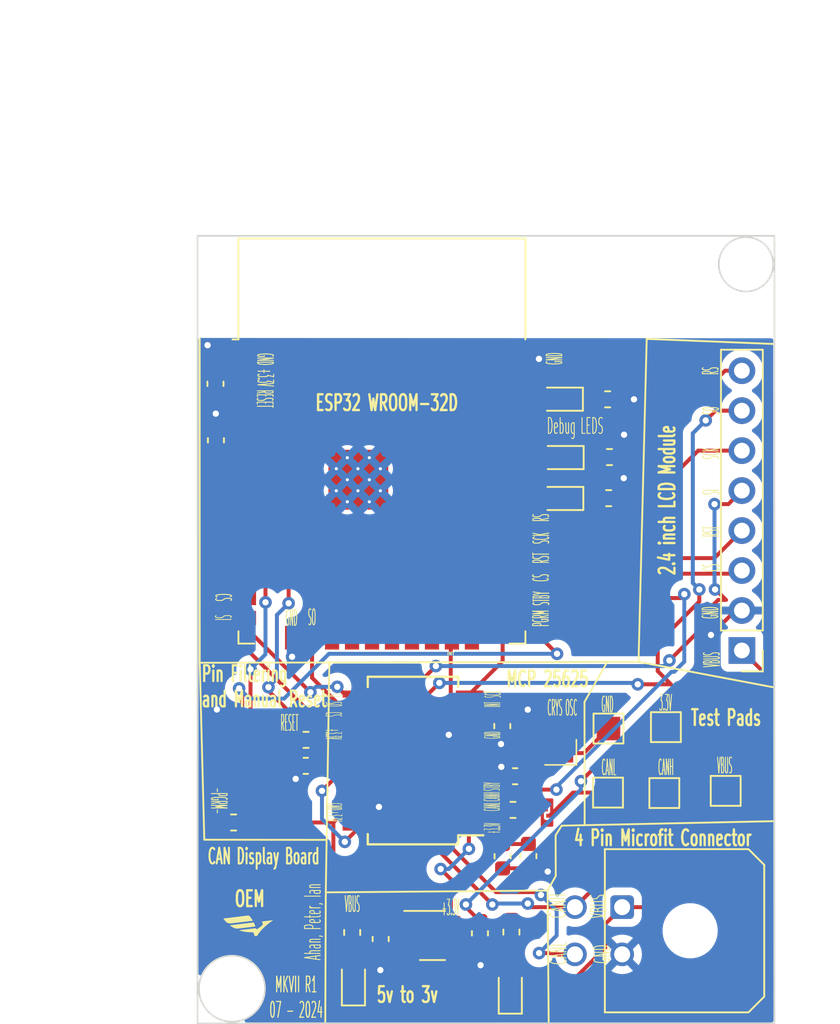
<source format=kicad_pcb>
(kicad_pcb (version 20221018) (generator pcbnew)
  (layers (0 "F.Cu" signal) (31 "B.Cu" signal) (34 "B.Paste" user) (35 "F.Paste" user) (36 "B.SilkS" user "B.Silkscreen") (37 "F.SilkS" user "F.Silkscreen") (38 "B.Mask" user) (39 "F.Mask" user) (44 "Edge.Cuts" user))
  (net 0 "")
  (net 1 "+3.3V")
  (net 2 "GND")
  (net 3 "/EN")
  (net 4 "VBUS")
  (net 5 "Net-(U3-OSC1)")
  (net 6 "Net-(U3-OSC2)")
  (net 7 "/LCD CS")
  (net 8 "/LCD RST")
  (net 9 "/SI")
  (net 10 "/SCK")
  (net 11 "/SO")
  (net 12 "Net-(D1-A)")
  (net 13 "/CANH")
  (net 14 "/CANL")
  (net 15 "Net-(JP2-B)")
  (net 16 "/1O0")
  (net 27 "/CS")
  (net 34 "/INT")
  (net 36 "/STBY")
  (net 37 "Net-(D2-A)")
  (net 39 "Net-(D3-K)")
  (net 42 "Net-(D3-A)")
  (net 50 "Net-(U3-TXD)")
  (net 51 "Net-(U3-RXD)")
  (net 55 "Net-(D4-K)")
  (net 56 "Net-(D4-A)")
  (net 57 "Net-(D5-K)")
  (net 58 "Net-(D5-A)")
  (net 59 "/LCD RS")
  (footprint "RF_Module:ESP32-WROOM-32D" (layer "F.Cu") (at 228.45 95.68)
    (fp_text reference "U2" hide)
    (fp_text value "ESP32-WROOM-32D")
  )
  (footprint "TestPoint:TestPoint_Pad_1.5x1.5mm" (layer "F.Cu") (at 242.82 115.03)
    (fp_text reference "CANL Test" hide)
    (fp_text value "TestPoint")
  )
  (footprint "TestPoint:TestPoint_Pad_1.5x1.5mm" (layer "F.Cu") (at 246.5 110.87)
    (fp_text reference "+3.3V Test" hide)
    (fp_text value "TestPoint")
  )
  (footprint "Capacitor_SMD:C_0603_1608Metric" (layer "F.Cu") (at 236.1 110.805 90)
    (fp_text reference "C8" hide)
    (fp_text value "C_30pF")
  )
  (footprint "LED_SMD:LED_0603_1608Metric" (layer "F.Cu") (at 239.74 90.03 180)
    (fp_text reference "D5" hide)
    (fp_text value "LED")
  )
  (footprint "footprints:R_0603_1608Metric" (layer "F.Cu") (at 236.68 123.895 -90)
    (fp_text reference "R5" hide)
    (fp_text value "R_220")
  )
  (footprint "footprints:SolderJumper-2_Open_Hooks0.8x1.8mm" (layer "F.Cu") (at 238.945 116.3 90)
    (fp_text reference "JP2" hide)
    (fp_text value "SolderJumper_2_Open")
  )
  (footprint "Capacitor_SMD:C_0603_1608Metric" (layer "F.Cu") (at 217.9 92.645 90)
    (fp_text reference "C3" hide)
    (fp_text value "C_0.1uF")
  )
  (footprint "footprints:R_0603_1608Metric" (layer "F.Cu") (at 223.6275 111.68 180)
    (fp_text reference "R1" hide)
    (fp_text value "R_10K")
  )
  (footprint "TestPoint:TestPoint_Pad_1.5x1.5mm" (layer "F.Cu") (at 250.3 114.92)
    (fp_text reference "VBUS Test" hide)
    (fp_text value "TestPoint")
  )
  (footprint "Connector_PinHeader_2.54mm:PinHeader_1x08_P2.54mm_Vertical" (layer "F.Cu") (at 251.33 106 180)
    (fp_text reference "J1" hide)
    (fp_text value "Conn_01x08_Pin")
  )
  (footprint "Capacitor_SMD:C_0603_1608Metric" (layer "F.Cu") (at 237.76 119.065 -90)
    (fp_text reference "C2" hide)
    (fp_text value "C_0.1uF")
  )
  (footprint "Capacitor_SMD:C_0603_1608Metric" (layer "F.Cu") (at 223.61 113.33 180)
    (fp_text reference "C5" hide)
    (fp_text value "C_10uF")
  )
  (footprint "OEM:Crystal_TXC7M" (layer "F.Cu") (at 238.81 111.67 180)
    (fp_text reference "Y1" hide)
    (fp_text value "~" hide)
  )
  (footprint "LED_SMD:LED_0603_1608Metric" (layer "F.Cu") (at 236.61 127.5925 90)
    (fp_text reference "D2" hide)
    (fp_text value "LED")
  )
  (footprint "Capacitor_SMD:C_0603_1608Metric" (layer "F.Cu") (at 236.12 119.075 -90)
    (fp_text reference "C1" hide)
    (fp_text value "C_0.1uF")
  )
  (footprint "footprints:R_0603_1608Metric" (layer "F.Cu") (at 226.56 123.9175 -90)
    (fp_text reference "R4" hide)
    (fp_text value "R_220")
  )
  (footprint "footprints:SW_B3U-1000P_4.2x1.7mm" (layer "F.Cu") (at 217.97 110.79 -90)
    (fp_text reference "SW2" hide)
    (fp_text value "SW_Push_SPST_NO")
  )
  (footprint "Capacitor_SMD:C_0603_1608Metric" (layer "F.Cu") (at 217.87 89.055 90)
    (fp_text reference "C4" hide)
    (fp_text value "C_0.1uF")
  )
  (footprint "Package_SO:SSOP-28_5.3x10.2mm_P0.65mm" (layer "F.Cu") (at 230.425558 112.995 180)
    (fp_text reference "U3" hide)
    (fp_text value "MCP25625-x-SS")
  )
  (footprint "Capacitor_SMD:C_0603_1608Metric" (layer "F.Cu") (at 234.68 123.9725 -90)
    (fp_text reference "C7" hide)
    (fp_text value "C_1uF")
  )
  (footprint "Package_TO_SOT_SMD:SOT-23-5" (layer "F.Cu") (at 231.6625 124.11)
    (fp_text reference "U1" hide)
    (fp_text value "AP2112K-3.3")
  )
  (footprint "TestPoint:TestPoint_Pad_1.5x1.5mm" (layer "F.Cu") (at 242.85 110.96)
    (fp_text reference "GND ")
    (fp_text value "TestPoint")
  )
  (footprint "LED_SMD:LED_0603_1608Metric" (layer "F.Cu") (at 226.64 127.0725 90)
    (fp_text reference "D1" hide)
    (fp_text value "LED")
  )
  (footprint "footprints:R_0603_1608Metric" (layer "F.Cu") (at 242.9125 93.71)
    (fp_text reference "R7" hide)
    (fp_text value "R_220")
  )
  (footprint "Capacitor_SMD:C_0603_1608Metric" (layer "F.Cu") (at 236.915 113.99 180)
    (fp_text reference "C9" hide)
    (fp_text value "C_30pF")
  )
  (footprint "footprints:SW_B3U-1000P_4.2x1.7mm" (layer "F.Cu") (at 221.03 114.26 90)
    (fp_text reference "SW1" hide)
    (fp_text value "SW_Push_SPST_NO")
  )
  (footprint "LED_SMD:LED_0603_1608Metric" (layer "F.Cu") (at 239.7875 93.74 180)
    (fp_text reference "D4" hide)
    (fp_text value "LED")
  )
  (footprint "footprints:MicroFit_RA_4" (layer "F.Cu") (at 243.72 122.31 -90)
    (fp_text reference "J2" hide)
    (fp_text value "MicroFit_RA_4")
  )
  (footprint "footprints:R_0603_1608Metric" (layer "F.Cu") (at 242.8625 96.32)
    (fp_text reference "R6" hide)
    (fp_text value "R_220")
  )
  (footprint "TestPoint:TestPoint_Pad_1.5x1.5mm" (layer "F.Cu") (at 246.4 115.06 -90)
    (fp_text reference "CANH Test" hide)
    (fp_text value "TestPoint")
  )
  (footprint "Capacitor_SMD:C_0603_1608Metric" (layer "F.Cu") (at 228.37 124.335 -90)
    (fp_text reference "C6" hide)
    (fp_text value "C_1uF")
  )
  (footprint "footprints:R_0603_1608Metric" (layer "F.Cu") (at 236.7825 116.13)
    (fp_text reference "R2" hide)
    (fp_text value "R_120")
  )
  (footprint "footprints:R_0603_1608Metric" (layer "F.Cu") (at 242.7975 90.04)
    (fp_text reference "R8" hide)
    (fp_text value "R_220")
  )
  (footprint "footprints:R_0603_1608Metric" (layer "F.Cu") (at 219.0225 116.93)
    (fp_text reference "R3" hide)
    (fp_text value "R_10K")
  )
  (footprint "LED_SMD:LED_0603_1608Metric" (layer "F.Cu") (at 239.7675 96.34 180)
    (fp_text reference "D3" hide)
    (fp_text value "LED")
  )
  (gr_line (start 224.89 118.035) (end 217.15 118.025) (stroke (width 0.12)) (layer "F.SilkS"))
  (gr_line (start 217.16 118) (end 216.87 106.78) (stroke (width 0.12)) (layer "F.SilkS"))
  (gr_line (start 241.325 109.27) (end 241.335 117.09) (stroke (width 0.12)) (layer "F.SilkS"))
  (gr_line (start 244.76 106.72) (end 216.87 106.78) (stroke (width 0.12)) (layer "F.SilkS"))
  (gr_line (start 245.28 86.2) (end 253.29 86.52) (stroke (width 0.12)) (layer "F.SilkS"))
  (gr_line (start 253.29 108.33) (end 244.76 106.72) (stroke (width 0.12)) (layer "F.SilkS"))
  (gr_line (start 239.875 117.1325) (end 239.51 117.71) (stroke (width 0.12)) (layer "F.SilkS"))
  (gr_line (start 244.76 106.72) (end 245.28 86.2) (stroke (width 0.12)) (layer "F.SilkS"))
  (gr_line (start 216.87 106.78) (end 216.8675 86.2) (stroke (width 0.12)) (layer "F.SilkS"))
  (gr_line (start 239.05 129.59) (end 238.98 121.25) (stroke (width 0.12)) (layer "F.SilkS"))
  (gr_line (start 242.77 106.73) (end 241.325 109.27) (stroke (width 0.12)) (layer "F.SilkS"))
  (gr_poly (pts (xy 219.953528 122.839246) (xy 219.961263 122.839959) (xy 219.968913 122.841141) (xy 219.976463 122.842782) (xy 219.983893 122.844874) (xy 219.991185 122.847409) (xy 219.998323 122.850378) (xy 220.005288 122.853772) (xy 220.012062 122.857584) (xy 220.018627 122.861804) (xy 220.024967 122.866424) (xy 220.031062 122.871435) (xy 220.036895 122.87683) (xy 220.042448 122.882598) (xy 220.068744 122.912836) (xy 220.094811 122.944763) (xy 220.120592 122.978309) (xy 220.146033 123.013402) (xy 220.171076 123.049971) (xy 220.195667 123.087944) (xy 220.219749 123.127251) (xy 220.243267 123.167819) (xy 220.243429 123.168119) (xy 220.243568 123.168423) (xy 220.243685 123.16873) (xy 220.24378 123.169039) (xy 220.243854 123.169349) (xy 220.243906 123.169661) (xy 220.243938 123.169972) (xy 220.243949 123.170283) (xy 220.243941 123.170592) (xy 220.243913 123.170899) (xy 220.243867 123.171203) (xy 220.243802 123.171503) (xy 220.243719 123.171798) (xy 220.243618 123.172088) (xy 220.243501 123.172371) (xy 220.243366 123.172648) (xy 220.243215 123.172917) (xy 220.243049 123.173177) (xy 220.242867 123.173428) (xy 220.24267 123.173669) (xy 220.242459 123.173899) (xy 220.242233 123.174117) (xy 220.241994 123.174324) (xy 220.241741 123.174516) (xy 220.241476 123.174695) (xy 220.241199 123.17486) (xy 220.240909 123.175008) (xy 220.240608 123.175141) (xy 220.240296 123.175256) (xy 220.239974 123.175354) (xy 220.239641 123.175433) (xy 220.239298 123.175492) (xy 218.856586 123.341386) (xy 218.831894 123.343591) (xy 218.807273 123.344271) (xy 218.782787 123.343449) (xy 218.7585 123.34115) (xy 218.734476 123.337399) (xy 218.710781 123.332219) (xy 218.687477 123.325635) (xy 218.664631 123.317673) (xy 218.642305 123.308355) (xy 218.620564 123.297706) (xy 218.599473 123.285752) (xy 218.579096 123.272516) (xy 218.559497 123.258022) (xy 218.54074 123.242296) (xy 218.522891 123.225361) (xy 218.506013 123.207242) (xy 218.493818 123.193204) (xy 218.482233 123.179581) (xy 218.471257 123.166398) (xy 218.460885 123.153681) (xy 218.441942 123.12974) (xy 218.425381 123.107957) (xy 218.411176 123.088531) (xy 218.399303 123.07166) (xy 218.389737 123.057542) (xy 218.382452 123.046375) (xy 218.38208 123.045774) (xy 218.381757 123.045162) (xy 218.381481 123.044541) (xy 218.381251 123.043914) (xy 218.381068 123.04328) (xy 218.380929 123.042643) (xy 218.380834 123.042004) (xy 218.380782 123.041365) (xy 218.380772 123.040727) (xy 218.380803 123.040093) (xy 218.380873 123.039464) (xy 218.380983 123.038841) (xy 218.38113 123.038227) (xy 218.381315 123.037623) (xy 218.381535 123.037032) (xy 218.381791 123.036454) (xy 218.382081 123.035891) (xy 218.382404 123.035346) (xy 218.382759 123.03482) (xy 218.383145 123.034314) (xy 218.383561 123.033831) (xy 218.384007 123.033372) (xy 218.384481 123.03294) (xy 218.384983 123.032534) (xy 218.38551 123.032159) (xy 218.386063 123.031814) (xy 218.386641 123.031503) (xy 218.387242 123.031226) (xy 218.387865 123.030986) (xy 218.38851 123.030783) (xy 218.389176 123.030621) (xy 218.389861 123.0305) (xy 219.93 122.84) (xy 219.937879 122.839258) (xy 219.945728 122.839009)) (fill solid) (layer "F.SilkS"))
  (gr_poly (pts (xy 220.299092 123.281023) (xy 220.299288 123.281032) (xy 220.299484 123.28105) (xy 220.299678 123.281074) (xy 220.299871 123.281106) (xy 220.300063 123.281145) (xy 220.300252 123.281192) (xy 220.30044 123.281246) (xy 220.300626 123.281307) (xy 220.300809 123.281375) (xy 220.30099 123.281451) (xy 220.301168 123.281533) (xy 220.301343 123.281623) (xy 220.301515 123.281719) (xy 220.301684 123.281823) (xy 220.301849 123.281933) (xy 220.302011 123.28205) (xy 220.302168 123.282174) (xy 220.302322 123.282305) (xy 220.302471 123.282442) (xy 220.302616 123.282586) (xy 220.302757 123.282737) (xy 220.302892 123.282894) (xy 220.303022 123.283057) (xy 220.303148 123.283227) (xy 220.303267 123.283404) (xy 220.303381 123.283587) (xy 220.30349 123.283776) (xy 220.303592 123.283971) (xy 220.317726 123.313725) (xy 220.331534 123.343854) (xy 220.344989 123.374361) (xy 220.358063 123.40525) (xy 220.370727 123.436523) (xy 220.382955 123.468183) (xy 220.394717 123.500234) (xy 220.405986 123.53268) (xy 220.406076 123.532978) (xy 220.406148 123.533277) (xy 220.406201 123.533577) (xy 220.406238 123.533876) (xy 220.406257 123.534174) (xy 220.40626 123.534471) (xy 220.406247 123.534765) (xy 220.406217 123.535057) (xy 220.406172 123.535345) (xy 220.406112 123.535629) (xy 220.406038 123.535908) (xy 220.405949 123.536182) (xy 220.405845 123.536449) (xy 220.405729 123.536711) (xy 220.405599 123.536964) (xy 220.405457 123.53721) (xy 220.405302 123.537448) (xy 220.405135 123.537676) (xy 220.404956 123.537895) (xy 220.404766 123.538103) (xy 220.404565 123.5383) (xy 220.404354 123.538485) (xy 220.404133 123.538658) (xy 220.403902 123.538819) (xy 220.403662 123.538965) (xy 220.403413 123.539098) (xy 220.403155 123.539215) (xy 220.402889 123.539317) (xy 220.402616 123.539403) (xy 220.402335 123.539473) (xy 220.402047 123.539525) (xy 220.401752 123.539559) (xy 219.329132 123.668146) (xy 219.304853 123.670513) (xy 219.280559 123.671861) (xy 219.256281 123.672197) (xy 219.232054 123.671524) (xy 219.207911 123.669848) (xy 219.183885 123.667174) (xy 219.160009 123.663507) (xy 219.136317 123.658853) (xy 219.112841 123.653215) (xy 219.089617 123.6466) (xy 219.066675 123.639011) (xy 219.044051 123.630455) (xy 219.021778 123.620937) (xy 218.999888 123.61046) (xy 218.978415 123.599031) (xy 218.957392 123.586654) (xy 218.936084 123.573312) (xy 218.915216 123.559882) (xy 218.894782 123.546378) (xy 218.874776 123.532812) (xy 218.855192 123.519196) (xy 218.836023 123.505543) (xy 218.817263 123.491865) (xy 218.798907 123.478175) (xy 218.798267 123.477638) (xy 218.797687 123.477069) (xy 218.797166 123.476472) (xy 218.796702 123.47585) (xy 218.796296 123.475206) (xy 218.795945 123.474542) (xy 218.79565 123.473862) (xy 218.795409 123.473169) (xy 218.795222 123.472465) (xy 218.795087 123.471754) (xy 218.795004 123.471038) (xy 218.794972 123.47032) (xy 218.79499 123.469604) (xy 218.795057 123.468892) (xy 218.795172 123.468187) (xy 218.795335 123.467493) (xy 218.795544 123.466812) (xy 218.795799 123.466146) (xy 218.796098 123.4655) (xy 218.796442 123.464876) (xy 218.796828 123.464277) (xy 218.797257 123.463706) (xy 218.797727 123.463166) (xy 218.798237 123.46266) (xy 218.798787 123.462191) (xy 218.799375 123.461761) (xy 218.800002 123.461374) (xy 218.800665 123.461033) (xy 218.801364 123.46074) (xy 218.802098 123.460499) (xy 218.802867 123.460313) (xy 218.803669 123.460184) (xy 220.2983 123.281061) (xy 220.298499 123.28104) (xy 220.298697 123.281026) (xy 220.298895 123.281021)) (fill solid) (layer "F.SilkS"))
  (gr_line (start 253.29 116.8475) (end 239.875 117.1325) (stroke (width 0.12)) (layer "F.SilkS"))
  (gr_poly (pts (xy 221.510751 123.138112) (xy 221.511615 123.138242) (xy 221.512445 123.138443) (xy 221.513239 123.138711) (xy 221.513996 123.139041) (xy 221.514714 123.13943) (xy 221.515391 123.139874) (xy 221.516025 123.140368) (xy 221.516614 123.140909) (xy 221.517156 123.141493) (xy 221.51765 123.142115) (xy 221.518094 123.142772) (xy 221.518486 123.143459) (xy 221.518823 123.144172) (xy 221.519105 123.144908) (xy 221.519329 123.145663) (xy 221.519494 123.146432) (xy 221.519597 123.147211) (xy 221.519638 123.147997) (xy 221.519613 123.148785) (xy 221.519521 123.149572) (xy 221.519361 123.150353) (xy 221.51913 123.151124) (xy 221.518827 123.151881) (xy 221.518449 123.152621) (xy 221.517996 123.153339) (xy 221.517464 123.154031) (xy 221.516853 123.154694) (xy 221.51616 123.155322) (xy 221.515384 123.155913) (xy 221.440135 123.208267) (xy 221.333289 123.286163) (xy 221.203528 123.386941) (xy 221.13277 123.44508) (xy 221.05954 123.507941) (xy 220.984924 123.575193) (xy 220.910007 123.646503) (xy 220.835876 123.721539) (xy 220.763616 123.799967) (xy 220.694312 123.881455) (xy 220.62905 123.965671) (xy 220.568916 124.052283) (xy 220.514994 124.140957) (xy 220.514632 124.141537) (xy 220.51424 124.142084) (xy 220.51382 124.1426) (xy 220.513374 124.143082) (xy 220.512903 124.14353) (xy 220.512408 124.143943) (xy 220.511892 124.14432) (xy 220.511356 124.144661) (xy 220.510802 124.144965) (xy 220.51023 124.145231) (xy 220.509642 124.145458) (xy 220.509041 124.145645) (xy 220.508428 124.145792) (xy 220.507803 124.145898) (xy 220.507169 124.145963) (xy 220.506528 124.145984) (xy 220.356244 124.145984) (xy 220.355776 124.145972) (xy 220.355312 124.145935) (xy 220.354854 124.145875) (xy 220.354403 124.145792) (xy 220.353958 124.145687) (xy 220.353521 124.14556) (xy 220.353093 124.145412) (xy 220.352673 124.145244) (xy 220.352262 124.145056) (xy 220.351861 124.144849) (xy 220.351471 124.144623) (xy 220.351091 124.14438) (xy 220.350724 124.144119) (xy 220.350368 124.143841) (xy 220.350025 124.143548) (xy 220.349696 124.143239) (xy 220.349381 124.142916) (xy 220.34908 124.142578) (xy 220.348794 124.142227) (xy 220.348524 124.141863) (xy 220.34827 124.141487) (xy 220.348033 124.141099) (xy 220.347814 124.1407) (xy 220.347612 124.140291) (xy 220.34743 124.139873) (xy 220.347266 124.139445) (xy 220.347122 124.139009) (xy 220.346998 124.138565) (xy 220.346896 124.138114) (xy 220.346815 124.137656) (xy 220.346756 124.137193) (xy 220.346719 124.136724) (xy 220.345822 124.126419) (xy 220.344631 124.116248) (xy 220.343163 124.106219) (xy 220.341436 124.096338) (xy 220.339467 124.086613) (xy 220.337273 124.077053) (xy 220.334873 124.067665) (xy 220.332283 124.058457) (xy 220.326604 124.040611) (xy 220.320377 124.023577) (xy 220.31374 124.007418) (xy 220.306833 123.992195) (xy 220.299797 123.97797) (xy 220.292769 123.964806) (xy 220.285891 123.952765) (xy 220.2793 123.941908) (xy 220.273138 123.932297) (xy 220.267543 123.923994) (xy 220.258613 123.911563) (xy 220.257944 123.910742) (xy 220.257228 123.909965) (xy 220.256469 123.909235) (xy 220.25567 123.908553) (xy 220.254833 123.907921) (xy 220.253962 123.90734) (xy 220.25306 123.906812) (xy 220.252131 123.906338) (xy 220.251176 123.905919) (xy 220.2502 123.905558) (xy 220.249205 123.905256) (xy 220.248195 123.905015) (xy 220.247172 123.904835) (xy 220.24614 123.904719) (xy 220.245102 123.904668) (xy 220.244061 123.904684) (xy 220.182969 123.906272) (xy 220.123017 123.906503) (xy 220.064197 123.905419) (xy 220.006502 123.903063) (xy 219.949925 123.89948) (xy 219.894459 123.894713) (xy 219.840095 123.888804) (xy 219.786828 123.881798) (xy 219.734648 123.873737) (xy 219.68355 123.864666) (xy 219.633525 123.854627) (xy 219.584566 123.843664) (xy 219.536666 123.831821) (xy 219.489818 123.819141) (xy 219.399246 123.791442) (xy 219.398338 123.791111) (xy 219.397497 123.790717) (xy 219.396723 123.790263) (xy 219.396017 123.789755) (xy 219.395376 123.789197) (xy 219.394801 123.788594) (xy 219.394292 123.787951) (xy 219.393847 123.787271) (xy 219.393467 123.78656) (xy 219.39315 123.785822) (xy 219.392897 123.785062) (xy 219.392707 123.784285) (xy 219.392579 123.783494) (xy 219.392514 123.782695) (xy 219.392509 123.781892) (xy 219.392566 123.78109) (xy 219.392683 123.780294) (xy 219.392859 123.779508) (xy 219.393096 123.778736) (xy 219.393391 123.777983) (xy 219.393745 123.777254) (xy 219.394157 123.776554) (xy 219.394627 123.775887) (xy 219.395154 123.775257) (xy 219.395737 123.77467) (xy 219.396376 123.774129) (xy 219.397071 123.77364) (xy 219.397821 123.773207) (xy 219.398626 123.772835) (xy 219.399485 123.772528) (xy 219.400397 123.772291) (xy 219.401363 123.772128) (xy 220.436678 123.648038) (xy 220.436901 123.648019) (xy 220.437124 123.64801) (xy 220.437346 123.648012) (xy 220.437567 123.648024) (xy 220.437788 123.648046) (xy 220.438006 123.648078) (xy 220.438224 123.648119) (xy 220.438439 123.64817) (xy 220.438651 123.648231) (xy 220.438861 123.6483) (xy 220.439069 123.648379) (xy 220.439273 123.648466) (xy 220.439473 123.648562) (xy 220.43967 123.648666) (xy 220.439863 123.648778) (xy 220.440051 123.648898) (xy 220.440235 123.649026) (xy 220.440413 123.649161) (xy 220.440587 123.649304) (xy 220.440755 123.649454) (xy 220.440917 123.649611) (xy 220.441073 123.649775) (xy 220.441223 123.649945) (xy 220.441366 123.650122) (xy 220.441502 123.650305) (xy 220.44163 123.650493) (xy 220.441751 123.650688) (xy 220.441865 123.650889) (xy 220.44197 123.651094) (xy 220.442067 123.651305) (xy 220.442155 123.651521) (xy 220.442234 123.651742) (xy 220.444921 123.661308) (xy 220.447459 123.670924) (xy 220.452288 123.690107) (xy 220.452023 123.688784) (xy 220.456584 123.69607) (xy 220.462702 123.701242) (xy 220.470273 123.704419) (xy 220.479189 123.705718) (xy 220.489343 123.70526) (xy 220.50063 123.703163) (xy 220.512942 123.699547) (xy 220.526173 123.69453) (xy 220.540216 123.688232) (xy 220.554965 123.680772) (xy 220.586155 123.662841) (xy 220.618888 123.64169) (xy 220.652313 123.618272) (xy 220.685576 123.593539) (xy 220.717826 123.568445) (xy 220.775873 123.52098) (xy 220.842284 123.463623) (xy 220.846143 123.460129) (xy 220.849739 123.456597) (xy 220.853081 123.453033) (xy 220.856177 123.449444) (xy 220.859036 123.445836) (xy 220.861665 123.442217) (xy 220.864074 123.438593) (xy 220.86627 123.43497) (xy 220.868262 123.431355) (xy 220.870059 123.427755) (xy 220.871669 123.424176) (xy 220.8731 123.420626) (xy 220.874362 123.41711) (xy 220.875461 123.413636) (xy 220.876407 123.410209) (xy 220.877209 123.406837) (xy 220.878411 123.400284) (xy 220.879134 123.394028) (xy 220.879447 123.388124) (xy 220.879416 123.382624) (xy 220.87911 123.377581) (xy 220.878595 123.373048) (xy 220.877938 123.36908) (xy 220.877209 123.365727) (xy 220.874014 123.352935) (xy 220.870703 123.340939) (xy 220.867308 123.329725) (xy 220.86386 123.319276) (xy 220.860392 123.309578) (xy 220.856936 123.300615) (xy 220.853524 123.292371) (xy 220.850188 123.284831) (xy 220.846961 123.277979) (xy 220.843875 123.2718) (xy 220.840961 123.266279) (xy 220.838253 123.261399) (xy 220.83358 123.253503) (xy 220.830113 123.247988) (xy 220.829467 123.246883) (xy 220.82887 123.245754) (xy 220.828326 123.244603) (xy 220.827836 123.243435) (xy 220.827405 123.242253) (xy 220.827034 123.241059) (xy 220.826728 123.239858) (xy 220.826487 123.238653) (xy 220.826316 123.237447) (xy 220.826217 123.236244) (xy 220.826194 123.235046) (xy 220.826248 123.233859) (xy 220.826383 123.232683) (xy 220.826602 123.231524) (xy 220.826907 123.230385) (xy 220.827302 123.229269) (xy 220.827789 123.228179) (xy 220.828371 123.227118) (xy 220.82905 123.226091) (xy 220.829831 123.225101) (xy 220.830716 123.22415) (xy 220.831707 123.223242) (xy 220.832807 123.222382) (xy 220.83402 123.221571) (xy 220.835347 123.220814) (xy 220.836793 123.220114) (xy 220.83836 123.219474) (xy 220.84005 123.218897) (xy 220.841867 123.218388) (xy 220.843813 123.217949) (xy 220.845891 123.217584) (xy 220.848105 123.217297) (xy 221.507976 123.138186) (xy 221.50893 123.13808) (xy 221.509855 123.138057)) (fill solid) (layer "F.SilkS"))
  (gr_line (start 238.98 121.25) (end 239.5 120.33) (stroke (width 0.12)) (layer "F.SilkS"))
  (gr_line (start 239.49 117.74) (end 239.5 120.33) (stroke (width 0.12)) (layer "F.SilkS"))
  (gr_line (start 224.8825 121.37) (end 225.11 106.73) (stroke (width 0.12)) (layer "F.SilkS"))
  (gr_line (start 238.94 121.255) (end 224.8825 121.37) (stroke (width 0.12)) (layer "F.SilkS"))
  (gr_line (start 224.85 129.59) (end 224.8825 121.37) (stroke (width 0.12)) (layer "F.SilkS"))
  (gr_circle (center 218.92 127.49) (end 221.02 127.49) (stroke (width 0.1)) (fill none) (layer "Edge.Cuts"))
  (gr_rect (start 216.73 79.65) (end 253.4 129.7) (stroke (width 0.1)) (fill none) (layer "Edge.Cuts"))
  (gr_circle (center 251.59 81.46) (end 253.3 81.73) (stroke (width 0.1)) (fill none) (layer "Edge.Cuts"))
  (gr_text "RS\n" (at 238.58 97.56 90) (layer "F.SilkS") (effects (font (size 1 0.25) (thickness 0.06) bold)))
  (gr_text "INT" (at 232.83 106.2) (layer "F.SilkS") (effects (font (size 0.2 0.2) (thickness 0.05))))
  (gr_text "SCK\n" (at 235.53 108.78 90) (layer "F.SilkS") (effects (font (size 1 0.15) (thickness 0.0375) bold)))
  (gr_text "GND" (at 221.01 87.49 -90) (layer "F.SilkS") (effects (font (size 1 0.25) (thickness 0.06) bold)))
  (gr_text "SI\n" (at 225.34 108.85 -90) (layer "F.SilkS") (effects (font (size 1 0.15) (thickness 0.0375) bold)))
  (gr_text "CANL" (at 239.7 125.24 90) (layer "F.SilkS") (effects (font (size 1 0.4) (thickness 0.06))))
  (gr_text "GND" (at 249.34 103.6 90) (layer "F.SilkS") (effects (font (size 1 0.25) (thickness 0.06) bold)))
  (gr_text "-PGRM-" (at 218.07 115.55 270) (layer "F.SilkS") (effects (font (size 1 0.25) (thickness 0.06) bold)))
  (gr_text "CANH" (at 239.65 122.23 90) (layer "F.SilkS") (effects (font (size 1 0.4) (thickness 0.06))))
  (gr_text "SI\n" (at 249.4 95.94 90) (layer "F.SilkS") (effects (font (size 1 0.25) (thickness 0.06) bold)))
  (gr_text "RESET" (at 220.99 90.01 270) (layer "F.SilkS") (effects (font (size 1 0.25) (thickness 0.06) bold)))
  (gr_text "ESP32 WROOM-32D" (at 224.15 90.85) (layer "F.SilkS") (effects (font (size 1 0.6) (thickness 0.15) bold) (justify left bottom)))
  (gr_text "GND" (at 242.46 125.3 90) (layer "F.SilkS") (effects (font (size 1 0.4) (thickness 0.06))))
  (gr_text "CS\n" (at 225.35 110.06 -90) (layer "F.SilkS") (effects (font (size 1 0.15) (thickness 0.0375) bold)))
  (gr_text "CS" (at 249.4 100.74 90) (layer "F.SilkS") (effects (font (size 1 0.25) (thickness 0.06) bold)))
  (gr_text "Debug LEDS\n" (at 240.74 91.74) (layer "F.SilkS") (effects (font (size 1 0.4) (thickness 0.06))))
  (gr_text "SCK\n" (at 249.38 93.49 90) (layer "F.SilkS") (effects (font (size 1 0.25) (thickness 0.06) bold)))
  (gr_text "RS" (at 249.36 88.23 90) (layer "F.SilkS") (effects (font (size 1 0.25) (thickness 0.06) bold)))
  (gr_text "CANH\n" (at 246.5 113.43) (layer "F.SilkS") (effects (font (size 1 0.25) (thickness 0.06) bold)))
  (gr_text "VBUS" (at 250.24 113.32) (layer "F.SilkS") (effects (font (size 1 0.25) (thickness 0.06) bold)))
  (gr_text "MCP 25625\n" (at 236.28 108.4) (layer "F.SilkS") (effects (font (size 1 0.6) (thickness 0.15) bold) (justify left bottom)))
  (gr_text "GND" (at 239.43 87.46 90) (layer "F.SilkS") (effects (font (size 1 0.25) (thickness 0.06) bold)))
  (gr_text "3.3V" (at 246.48 109.33) (layer "F.SilkS") (effects (font (size 1 0.25) (thickness 0.06) bold)))
  (gr_text "GND" (at 225.36 115.92 270) (layer "F.SilkS") (effects (font (size 1 0.15) (thickness 0.0375) bold)))
  (gr_text "Pin Filtering\nand Manual Reset\n" (at 216.92 109.68) (layer "F.SilkS") (effects (font (size 1 0.58) (thickness 0.145) bold) (justify left bottom)))
  (gr_text "OEM\n" (at 219.02 122.37) (layer "F.SilkS") (effects (font (size 1 0.6) (thickness 0.15) bold) (justify left bottom)))
  (gr_text "+3.3V\n" (at 225.37 116.54 -90) (layer "F.SilkS") (effects (font (size 1 0.15) (thickness 0.0375) bold)))
  (gr_text "CANL\n" (at 235.47 115.92 90) (layer "F.SilkS") (effects (font (size 1 0.15) (thickness 0.0375) bold)))
  (gr_text "5v to 3v\n" (at 228.04 128.46) (layer "F.SilkS") (effects (font (size 1 0.6) (thickness 0.15) bold) (justify left bottom)))
  (gr_text "+3.3V" (at 221.03 88.66 270) (layer "F.SilkS") (effects (font (size 1 0.25) (thickness 0.06) bold)))
  (gr_text "STBY\n" (at 238.6 102.7 90) (layer "F.SilkS") (effects (font (size 1 0.25) (thickness 0.06) bold)))
  (gr_text "\n" (at 249.4 88.34 90) (layer "F.SilkS") (effects (font (size 1 0.6) (thickness 0.15) bold)))
  (gr_text "CS\n" (at 238.57 101.38 90) (layer "F.SilkS") (effects (font (size 1 0.25) (thickness 0.06) bold)))
  (gr_text "VBUS" (at 249.43 106.58 90) (layer "F.SilkS") (effects (font (size 1 0.25) (thickness 0.06) bold)))
  (gr_text "Test Pads\n" (at 248.01 110.86) (layer "F.SilkS") (effects (font (size 1 0.6) (thickness 0.15) bold) (justify left bottom)))
  (gr_text "4 Pin Microfit Connector\n" (at 240.58 118.5) (layer "F.SilkS") (effects (font (size 1 0.6) (thickness 0.15) bold) (justify left bottom)))
  (gr_text "RST" (at 238.58 100.12 90) (layer "F.SilkS") (effects (font (size 1 0.25) (thickness 0.06) bold)))
  (gr_text "+3.3V\n" (at 235.49 117.3 90) (layer "F.SilkS") (effects (font (size 1 0.15) (thickness 0.0375) bold)))
  (gr_text "GND" (at 222.7 103.94) (layer "F.SilkS") (effects (font (size 1 0.25) (thickness 0.06) bold)))
  (gr_text "MKVII R1\n07 - 2024" (at 223 128.04) (layer "F.SilkS") (effects (font (size 1 0.4) (thickness 0.075))))
  (gr_text "2.4 inch LCD Module" (at 247.17 101.3 90) (layer "F.SilkS") (effects (font (size 1 0.6) (thickness 0.15) bold) (justify left bottom)))
  (gr_text "SI" (at 218.33 103.91 270) (layer "F.SilkS") (effects (font (size 1 0.25) (thickness 0.05))))
  (gr_text "STBY\n\n" (at 236.27 114.65 90) (layer "F.SilkS") (effects (font (size 1 0.15) (thickness 0.0375) bold)))
  (gr_text "CANH\n\n" (at 236.27 115.29 90) (layer "F.SilkS") (effects (font (size 1 0.15) (thickness 0.0375) bold)))
  (gr_text "PGRM" (at 238.57 103.96 90) (layer "F.SilkS") (effects (font (size 1 0.25) (thickness 0.06) bold)))
  (gr_text "Ahan, Peter, Ian\n" (at 224.07 123.24 90) (layer "F.SilkS") (effects (font (size 1 0.4) (thickness 0.06))))
  (gr_text "RST" (at 249.39 98.45 90) (layer "F.SilkS") (effects (font (size 1 0.25) (thickness 0.06))))
  (gr_text "SO\n" (at 225.35 109.41 -90) (layer "F.SilkS") (effects (font (size 1 0.15) (thickness 0.0375) bold)))
  (gr_text "SO\n" (at 224 103.9) (layer "F.SilkS") (effects (font (size 1 0.25) (thickness 0.06) bold)))
  (gr_text "INT\n" (at 235.5 109.43 90) (layer "F.SilkS") (effects (font (size 1 0.15) (thickness 0.0375) bold)))
  (gr_text "RESET" (at 222.58 110.61) (layer "F.SilkS") (effects (font (size 1 0.25) (thickness 0.06) bold)))
  (gr_text "GND\n" (at 235.5 111.38 90) (layer "F.SilkS") (effects (font (size 1 0.15) (thickness 0.0375) bold)))
  (gr_text "CANL\n" (at 242.88 113.44) (layer "F.SilkS") (effects (font (size 1 0.25) (thickness 0.06) bold)))
  (gr_text "+3.3V\n" (at 225.35 111.31 -90) (layer "F.SilkS") (effects (font (size 1 0.15) (thickness 0.0375) bold)))
  (gr_text "VBUS" (at 242.23 122.25 90) (layer "F.SilkS") (effects (font (size 1 0.4) (thickness 0.06))))
  (gr_text "CS\n" (at 218.35 102.63 270) (layer "F.SilkS") (effects (font (size 1 0.25) (thickness 0.06) bold)))
  (gr_text "CRYS OSC" (at 239.92 109.65) (layer "F.SilkS") (effects (font (size 1 0.25) (thickness 0.06) bold)))
  (gr_text "SO\n" (at 249.38 90.77 90) (layer "F.SilkS") (effects (font (size 1 0.25) (thickness 0.06) bold)))
  (gr_text "CAN Display Board" (at 220.93 119.08) (layer "F.SilkS") (effects (font (size 1 0.5) (thickness 0.125))))
  (gr_text "SCK" (at 238.59 98.86 90) (layer "F.SilkS") (effects (font (size 1 0.25) (thickness 0.06) bold)))
  (gr_text "+3.3V" (at 232.81 122.34) (layer "F.SilkS") (effects (font (size 1 0.25) (thickness 0.06) bold)))
  (gr_text "VBUS" (at 226.57 122.12) (layer "F.SilkS") (effects (font (size 1 0.25) (thickness 0.06) bold)))
  (segment (start 243.368978 112.035) (end 241.098478 114.3055) (width 0.25) (layer "F.Cu") (net 1))
  (segment (start 217.1 90.6) (end 217.87 89.83) (width 0.25) (layer "F.Cu") (net 1))
  (segment (start 224.725 111.37) (end 226.825558 111.37) (width 0.25) (layer "F.Cu") (net 1))
  (segment (start 233.79 122.14) (end 233.79 122.3075) (width 0.25) (layer "F.Cu") (net 1))
  (segment (start 219 88.7) (end 219.7 88.7) (width 0.25) (layer "F.Cu") (net 1))
  (segment (start 219.81 116.93) (end 225.365558 116.93) (width 0.25) (layer "F.Cu") (net 1))
  (segment (start 236.12 118.324) (end 236.12 118.075) (width 0.254) (layer "F.Cu") (net 1))
  (segment (start 246.5 110.87) (end 245.335 112.035) (width 0.25) (layer "F.Cu") (net 1))
  (segment (start 233.976969 118.603031) (end 233.976969 117.268589) (width 0.254) (layer "F.Cu") (net 1))
  (segment (start 217.9 93.42) (end 217.1 92.62) (width 0.25) (layer "F.Cu") (net 1))
  (segment (start 226.727558 116.668) (end 226.825558 116.57) (width 0.254) (layer "F.Cu") (net 1))
  (segment (start 231.96 122.32) (end 232.8 123.16) (width 0.25) (layer "F.Cu") (net 1))
  (segment (start 232.83 123.245) (end 234.6325 123.245) (width 0.254) (layer "F.Cu") (net 1))
  (segment (start 227.936954 111.37) (end 226.825558 111.37) (width 0.25) (layer "F.Cu") (net 1))
  (segment (start 224.415 111.68) (end 224.725 111.37) (width 0.25) (layer "F.Cu") (net 1))
  (segment (start 226.725558 116.67) (end 226.825558 116.57) (width 0.25) (layer "F.Cu") (net 1))
  (segment (start 226.825558 116.57) (end 226.920558 116.665) (width 0.25) (layer "F.Cu") (net 1))
  (segment (start 232.83 120.532686) (end 232.183657 119.886343) (width 0.254) (layer "F.Cu") (net 1))
  (segment (start 226.126021 122.32) (end 231.96 122.32) (width 0.25) (layer "F.Cu") (net 1))
  (segment (start 223.255 110.52) (end 223.193604 110.52) (width 0.25) (layer "F.Cu") (net 1))
  (segment (start 217.1 92.62) (end 217.1 90.6) (width 0.25) (layer "F.Cu") (net 1))
  (segment (start 234.6325 123.245) (end 234.68 123.1975) (width 0.254) (layer "F.Cu") (net 1))
  (segment (start 225.365558 116.93) (end 225.365558 121.559537) (width 0.25) (layer "F.Cu") (net 1))
  (segment (start 225.365558 121.559537) (end 226.126021 122.32) (width 0.25) (layer "F.Cu") (net 1))
  (segment (start 232.83 123.245) (end 232.83 120.532686) (width 0.254) (layer "F.Cu") (net 1))
  (segment (start 237.75 118.3) (end 237.76 118.29) (width 0.25) (layer "F.Cu") (net 1))
  (segment (start 236.59 123.1975) (end 236.68 123.1075) (width 0.254) (layer "F.Cu") (net 1))
  (segment (start 229.44 115.85) (end 229.44 112.873046) (width 0.25) (layer "F.Cu") (net 1))
  (segment (start 221.237701 108.564097) (end 221.237701 108.332299) (width 0.25) (layer "F.Cu") (net 1))
  (segment (start 234.025558 117.22) (end 235.105558 118.3) (width 0.25) (layer "F.Cu") (net 1))
  (segment (start 236.12 118.3) (end 237.75 118.3) (width 0.25) (layer "F.Cu") (net 1))
  (segment (start 226.920558 116.665) (end 228.625 116.665) (width 0.25) (layer "F.Cu") (net 1))
  (segment (start 222.52 103) (end 222.52 90.52) (width 0.25) (layer "F.Cu") (net 1))
  (segment (start 234.68 123.1975) (end 236.59 123.1975) (width 0.254) (layer "F.Cu") (net 1))
  (segment (start 217.87 89.83) (end 219 88.7) (width 0.25) (layer "F.Cu") (net 1))
  (segment (start 235.105558 118.3) (end 236.12 118.3) (width 0.25) (layer "F.Cu") (net 1))
  (segment (start 245.335 112.035) (end 243.368978 112.035) (width 0.25) (layer "F.Cu") (net 1))
  (segment (start 222.52 90.52) (end 220.7 88.7) (width 0.25) (layer "F.Cu") (net 1))
  (segment (start 225.625558 116.67) (end 226.725558 116.67) (width 0.25) (layer "F.Cu") (net 1))
  (segment (start 225.365558 116.93) (end 225.625558 116.67) (width 0.25) (layer "F.Cu") (net 1))
  (segment (start 223.193604 110.52) (end 221.237701 108.564097) (width 0.25) (layer "F.Cu") (net 1))
  (segment (start 228.625 116.665) (end 229.44 115.85) (width 0.25) (layer "F.Cu") (net 1))
  (segment (start 233.79 122.3075) (end 234.68 123.1975) (width 0.25) (layer "F.Cu") (net 1))
  (segment (start 224.415 111.68) (end 223.255 110.52) (width 0.25) (layer "F.Cu") (net 1))
  (segment (start 226.745558 116.49) (end 226.825558 116.57) (width 0.254) (layer "F.Cu") (net 1))
  (segment (start 220.7 88.7) (end 219.7 88.7) (width 0.25) (layer "F.Cu") (net 1))
  (segment (start 229.44 112.873046) (end 227.936954 111.37) (width 0.25) (layer "F.Cu") (net 1))
  (segment (start 233.976969 117.268589) (end 234.025558 117.22) (width 0.254) (layer "F.Cu") (net 1))
  (via (at 221.237701 108.332299) (size 0.8) (drill 0.4) (layers "F.Cu" "B.Cu") (net 1))
  (via (at 232.183657 119.886343) (size 0.8) (drill 0.4) (layers "F.Cu" "B.Cu") (net 1))
  (via (at 233.976969 118.603031) (size 0.8) (drill 0.4) (layers "F.Cu" "B.Cu") (net 1))
  (via (at 241.098478 114.3055) (size 0.8) (drill 0.4) (layers "F.Cu" "B.Cu") (net 1))
  (via (at 222.52 103) (size 0.8) (drill 0.4) (layers "F.Cu" "B.Cu") (net 1))
  (via (at 233.79 122.14) (size 0.8) (drill 0.4) (layers "F.Cu" "B.Cu") (net 1))
  (segment (start 221.237701 108.332299) (end 221.775 107.795) (width 0.25) (layer "B.Cu") (net 1))
  (segment (start 241.098478 114.831522) (end 233.79 122.14) (width 0.25) (layer "B.Cu") (net 1))
  (segment (start 221.775 103.745) (end 222.52 103) (width 0.25) (layer "B.Cu") (net 1))
  (segment (start 221.775 107.795) (end 221.775 103.745) (width 0.25) (layer "B.Cu") (net 1))
  (segment (start 232.693657 119.886343) (end 233.976969 118.603031) (width 0.254) (layer "B.Cu") (net 1))
  (segment (start 232.183657 119.886343) (end 232.693657 119.886343) (width 0.254) (layer "B.Cu") (net 1))
  (segment (start 241.098478 114.3055) (end 241.098478 114.831522) (width 0.25) (layer "B.Cu") (net 1))
  (segment (start 243.7 93.71) (end 243.7 94.93) (width 0.25) (layer "F.Cu") (net 2))
  (segment (start 217.9 90.96) (end 217.89 90.95) (width 0.25) (layer "F.Cu") (net 2))
  (segment (start 243.7 93.71) (end 243.679553 93.689553) (width 0.25) (layer "F.Cu") (net 2))
  (segment (start 237.76 119.84) (end 236.13 119.84) (width 0.25) (layer "F.Cu") (net 2))
  (segment (start 226.825558 115.92) (end 228.24 115.92) (width 0.25) (layer "F.Cu") (net 2))
  (segment (start 244.47 90.04) (end 243.706046 90.04) (width 0.25) (layer "F.Cu") (net 2))
  (segment (start 250.92 103.46) (end 251.33 103.46) (width 0.25) (layer "F.Cu") (net 2))
  (segment (start 222.835 114.025) (end 222.97 114.16) (width 0.25) (layer "F.Cu") (net 2))
  (segment (start 242.85 110.96) (end 241.29 112.52) (width 0.25) (layer "F.Cu") (net 2))
  (segment (start 221.03 114.26) (end 222.87 114.26) (width 0.25) (layer "F.Cu") (net 2))
  (segment (start 236.02014 111.9455) (end 236.02014 111.65986) (width 0.25) (layer "F.Cu") (net 2))
  (segment (start 236.14 113.99) (end 236.14 113.4945) (width 0.25) (layer "F.Cu") (net 2))
  (segment (start 226.64 127.86) (end 226.8 127.86) (width 0.25) (layer "F.Cu") (net 2))
  (segment (start 236.13 119.84) (end 236.12 119.85) (width 0.25) (layer "F.Cu") (net 2))
  (segment (start 243.65 96.32) (end 243.65 95.22) (width 0.25) (layer "F.Cu") (net 2))
  (segment (start 237.2 87.43) (end 238.39 87.43) (width 0.25) (layer "F.Cu") (net 2))
  (segment (start 217.97 110.79) (end 217.97 109.76) (width 0.25) (layer "F.Cu") (net 2))
  (segment (start 237.71 109.77) (end 237.72 109.76) (width 0.25) (layer "F.Cu") (net 2))
  (segment (start 226.795558 115.95) (end 226.825558 115.92) (width 0.25) (layer "F.Cu") (net 2))
  (segment (start 217.9 91.87) (end 217.9 90.96) (width 0.25) (layer "F.Cu") (net 2))
  (segment (start 239.91 112.52) (end 239.81 112.52) (width 0.25) (layer "F.Cu") (net 2))
  (segment (start 238.39 87.43) (end 238.43 87.47) (width 0.25) (layer "F.Cu") (net 2))
  (segment (start 229.97 124.125) (end 229.97 124.323134) (width 0.254) (layer "F.Cu") (net 2))
  (segment (start 236.1 111.58) (end 236.95 111.58) (width 0.25) (layer "F.Cu") (net 2))
  (segment (start 222.87 114.26) (end 222.97 114.16) (width 0.25) (layer "F.Cu") (net 2))
  (segment (start 237.76 119.84) (end 238.78 119.84) (width 0.25) (layer "F.Cu") (net 2))
  (segment (start 228.24 115.92) (end 228.26 115.94) (width 0.25) (layer "F.Cu") (net 2))
  (segment (start 249.365 105.015) (end 250.92 103.46) (width 0.25) (layer "F.Cu") (net 2))
  (segment (start 232.7 111.36) (end 234.015558 111.36) (width 0.25) (layer "F.Cu") (net 2))
  (segment (start 238.99 120.05) (end 238.99 119.82) (width 0.25) (layer "F.Cu") (net 2))
  (segment (start 229.285 124.195) (end 228.37 125.11) (width 0.25) (layer "F.Cu") (net 2))
  (segment (start 238.78 119.84) (end 238.99 120.05) (width 0.25) (layer "F.Cu") (net 2))
  (segment (start 238.11 110.82) (end 237.71 110.82) (width 0.25) (layer "F.Cu") (net 2))
  (segment (start 236.95 111.58) (end 237.71 110.82) (width 0.25) (layer "F.Cu") (net 2))
  (segment (start 217.97 109.76) (end 217.96 109.75) (width 0.25) (layer "F.Cu") (net 2))
  (segment (start 217.87 88.28) (end 217.99 88.28) (width 0.25) (layer "F.Cu") (net 2))
  (segment (start 218.84 87.43) (end 218.2 87.43) (width 0.25) (layer "F.Cu") (net 2))
  (segment (start 226.8 127.86) (end 228.35 126.31) (width 0.25) (layer "F.Cu") (net 2))
  (segment (start 237.71 110.82) (end 237.71 109.77) (width 0.25) (layer "F.Cu") (net 2))
  (segment (start 217.99 88.28) (end 218.84 87.43) (width 0.25) (layer "F.Cu") (net 2))
  (segment (start 230.555 124.195) (end 229.285 124.195) (width 0.25) (layer "F.Cu") (net 2))
  (segment (start 236.61 128.048979) (end 234.72 126.158979) (width 0.25) (layer "F.Cu") (net 2))
  (segment (start 239.81 112.52) (end 238.11 110.82) (width 0.25) (layer "F.Cu") (net 2))
  (segment (start 218.2 87.43) (end 217.37 86.6) (width 0.25) (layer "F.Cu") (net 2))
  (segment (start 243.7 92.43) (end 243.84 92.29) (width 0.25) (layer "F.Cu") (net 2))
  (segment (start 234.68 124.7475) (end 234.68 125.96) (width 0.25) (layer "F.Cu") (net 2))
  (segment (start 236.14 113.4945) (end 236.04 113.3945) (width 0.25) (layer "F.Cu") (net 2))
  (segment (start 228.37 125.11) (end 228.37 126.29) (width 0.25) (layer "F.Cu") (net 2))
  (segment (start 243.65 95.22) (end 243.82 95.05) (width 0.25) (layer "F.Cu") (net 2))
  (segment (start 222.835 113.33) (end 222.835 114.025) (width 0.25) (layer "F.Cu") (net 2))
  (segment (start 236.61 128.38) (end 236.61 128.048979) (width 0.25) (layer "F.Cu") (net 2))
  (segment (start 243.706046 90.04) (end 243.679553 90.134553) (width 0.25) (layer "F.Cu") (net 2))
  (segment (start 243.7 94.93) (end 243.82 95.05) (width 0.25) (layer "F.Cu") (net 2))
  (segment (start 219.7 87.43) (end 218.84 87.43) (width 0.25) (layer "F.Cu") (net 2))
  (segment (start 228.37 126.29) (end 228.35 126.31) (width 0.25) (layer "F.Cu") (net 2))
  (segment (start 241.29 112.52) (end 239.91 112.52) (width 0.25) (layer "F.Cu") (net 2))
  (segment (start 234.015558 111.36) (end 234.025558 111.37) (width 0.25) (layer "F.Cu") (net 2))
  (segment (start 236.02014 111.65986) (end 236.1 111.58) (width 0.25) (layer "F.Cu") (net 2))
  (segment (start 222.74 106.4) (end 222.74 105.19) (width 0.25) (layer "F.Cu") (net 2))
  (segment (start 243.7 93.71) (end 243.7 92.43) (width 0.25) (layer "F.Cu") (net 2))
  (via (at 222.74 106.4) (size 0.8) (drill 0.4) (layers "F.Cu" "B.Cu") (net 2))
  (via (at 228.35 126.31) (size 0.8) (drill 0.4) (layers "F.Cu" "B.Cu") (net 2))
  (via (at 217.89 90.95) (size 0.8) (drill 0.4) (layers "F.Cu" "B.Cu") (net 2))
  (via (at 243.84 92.29) (size 0.8) (drill 0.4) (layers "F.Cu" "B.Cu") (net 2))
  (via (at 217.37 86.6) (size 0.8) (drill 0.4) (layers "F.Cu" "B.Cu") (net 2))
  (via (at 217.96 109.75) (size 0.8) (drill 0.4) (layers "F.Cu" "B.Cu") (net 2))
  (via (at 228.26 115.94) (size 0.8) (drill 0.4) (layers "F.Cu" "B.Cu") (net 2))
  (via (at 237.72 109.76) (size 0.8) (drill 0.4) (layers "F.Cu" "B.Cu") (net 2))
  (via (at 243.82 95.05) (size 0.8) (drill 0.4) (layers "F.Cu" "B.Cu") (net 2))
  (via (at 222.97 114.16) (size 0.8) (drill 0.4) (layers "F.Cu" "B.Cu") (net 2))
  (via (at 244.47 90.04) (size 0.8) (drill 0.4) (layers "F.Cu" "B.Cu") (net 2))
  (via (at 236.02014 111.9455) (size 0.8) (drill 0.4) (layers "F.Cu" "B.Cu") (net 2))
  (via (at 234.72 126) (size 0.8) (drill 0.4) (layers "F.Cu" "B.Cu") (net 2))
  (via (at 232.7 111.36) (size 0.8) (drill 0.4) (layers "F.Cu" "B.Cu") (net 2))
  (via (at 238.99 120.05) (size 0.8) (drill 0.4) (layers "F.Cu" "B.Cu") (net 2))
  (via (at 236.04 113.3945) (size 0.8) (drill 0.4) (layers "F.Cu" "B.Cu") (net 2))
  (via (at 238.43 87.47) (size 0.8) (drill 0.4) (layers "F.Cu" "B.Cu") (net 2))
  (via (at 249.365 105.015) (size 0.8) (drill 0.4) (layers "F.Cu" "B.Cu") (net 2))
  (segment (start 236.04 113.3945) (end 236.04 111.96536) (width 0.25) (layer "B.Cu") (net 2))
  (segment (start 236.04 111.96536) (end 236.02014 111.9455) (width 0.25) (layer "B.Cu") (net 2))
  (segment (start 222.84 111.68) (end 221.565 111.68) (width 0.25) (layer "F.Cu") (net 3))
  (segment (start 219.905 107.385) (end 220.097701 107.192299) (width 0.25) (layer "F.Cu") (net 3))
  (segment (start 221.565 111.68) (end 220.785 110.9) (width 0.25) (layer "F.Cu") (net 3))
  (segment (start 221.05 102.94) (end 221.05 90.32) (width 0.25) (layer "F.Cu") (net 3))
  (segment (start 221.05 90.32) (end 220.7 89.97) (width 0.25) (layer "F.Cu") (net 3))
  (segment (start 224.385 113.33) (end 224.385 113.225) (width 0.25) (layer "F.Cu") (net 3))
  (segment (start 220.785 110.9) (end 220.097701 110.212701) (width 0.25) (layer "F.Cu") (net 3))
  (segment (start 224.385 113.225) (end 222.84 111.68) (width 0.25) (layer "F.Cu") (net 3))
  (segment (start 220.097701 110.212701) (end 220.097701 107.192299) (width 0.25) (layer "F.Cu") (net 3))
  (segment (start 220.7 89.97) (end 219.7 89.97) (width 0.25) (layer "F.Cu") (net 3))
  (via (at 220.097701 107.192299) (size 0.8) (drill 0.4) (layers "F.Cu" "B.Cu") (net 3))
  (via (at 221.05 102.94) (size 0.8) (drill 0.4) (layers "F.Cu" "B.Cu") (net 3))
  (segment (start 221.05 106.24) (end 221.05 102.94) (width 0.25) (layer "B.Cu") (net 3))
  (segment (start 220.097701 107.192299) (end 221.05 106.24) (width 0.25) (layer "B.Cu") (net 3))
  (segment (start 226.56 123.13) (end 227.94 123.13) (width 0.25) (layer "F.Cu") (net 4))
  (segment (start 243.64 122.31) (end 243.72 122.31) (width 0.25) (layer "F.Cu") (net 4))
  (segment (start 228.37 123.56) (end 228.52 123.71) (width 0.25) (layer "F.Cu") (net 4))
  (segment (start 238.12079 129.42949) (end 242.645 124.90528) (width 0.25) (layer "F.Cu") (net 4))
  (segment (start 227.94 123.13) (end 228.37 123.56) (width 0.25) (layer "F.Cu") (net 4))
  (segment (start 250.3 114.92) (end 252.51 114.92) (width 0.25) (layer "F.Cu") (net 4))
  (segment (start 252.75 114.68) (end 252.75 107.42) (width 0.25) (layer "F.Cu") (net 4))
  (segment (start 235.780239 129.42949) (end 238.12079 129.42949) (width 0.25) (layer "F.Cu") (net 4))
  (segment (start 231.57 124.514251) (end 231.57 125.219251) (width 0.25) (layer "F.Cu") (net 4))
  (segment (start 230.939251 125.145) (end 231.57 124.514251) (width 0.25) (layer "F.Cu") (net 4))
  (segment (start 231.225 123.245) (end 231.57 123.59) (width 0.25) (layer "F.Cu") (net 4))
  (segment (start 247.485 121.935) (end 252.75 116.67) (width 0.25) (layer "F.Cu") (net 4))
  (segment (start 252.75 115.91) (end 252.75 114.68) (width 0.25) (layer "F.Cu") (net 4))
  (segment (start 243.72 122.31) (end 246.88835 122.31) (width 0.25) (layer "F.Cu") (net 4))
  (segment (start 231.57 123.59) (end 231.57 124.514251) (width 0.25) (layer "F.Cu") (net 4))
  (segment (start 242.645 123.385) (end 243.72 122.31) (width 0.25) (layer "F.Cu") (net 4))
  (segment (start 230.055749 123.245) (end 231.225 123.245) (width 0.25) (layer "F.Cu") (net 4))
  (segment (start 230.555 125.145) (end 230.939251 125.145) (width 0.25) (layer "F.Cu") (net 4))
  (segment (start 228.52 123.71) (end 229.590749 123.71) (width 0.25) (layer "F.Cu") (net 4))
  (segment (start 231.57 125.219251) (end 235.780239 129.42949) (width 0.25) (layer "F.Cu") (net 4))
  (segment (start 247.26335 121.935) (end 247.485 121.935) (width 0.25) (layer "F.Cu") (net 4))
  (segment (start 252.75 107.42) (end 251.33 106) (width 0.25) (layer "F.Cu") (net 4))
  (segment (start 252.75 116.67) (end 252.75 115.91) (width 0.25) (layer "F.Cu") (net 4))
  (segment (start 252.51 114.92) (end 252.75 114.68) (width 0.25) (layer "F.Cu") (net 4))
  (segment (start 242.645 124.90528) (end 242.645 123.385) (width 0.25) (layer "F.Cu") (net 4))
  (segment (start 246.88835 122.31) (end 247.26335 121.935) (width 0.25) (layer "F.Cu") (net 4))
  (segment (start 229.590749 123.71) (end 230.055749 123.245) (width 0.25) (layer "F.Cu") (net 4))
  (segment (start 234.025558 112.02) (end 235.125558 112.02) (width 0.25) (layer "F.Cu") (net 5))
  (segment (start 235.225558 110.904442) (end 236.1 110.03) (width 0.25) (layer "F.Cu") (net 5))
  (segment (start 239.91 110.82) (end 239.805305 110.82) (width 0.25) (layer "F.Cu") (net 5))
  (segment (start 235.125558 112.02) (end 235.225558 111.92) (width 0.25) (layer "F.Cu") (net 5))
  (segment (start 237.095 109.035) (end 236.1 110.03) (width 0.25) (layer "F.Cu") (net 5))
  (segment (start 239.805305 110.82) (end 238.020305 109.035) (width 0.25) (layer "F.Cu") (net 5))
  (segment (start 235.225558 111.92) (end 235.225558 110.904442) (width 0.25) (layer "F.Cu") (net 5))
  (segment (start 238.020305 109.035) (end 237.095 109.035) (width 0.25) (layer "F.Cu") (net 5))
  (segment (start 234.025558 112.67) (end 237.56 112.67) (width 0.25) (layer "F.Cu") (net 6))
  (segment (start 237.71 112.52) (end 237.71 113.97) (width 0.25) (layer "F.Cu") (net 6))
  (segment (start 237.56 112.67) (end 237.71 112.52) (width 0.25) (layer "F.Cu") (net 6))
  (segment (start 237.48 101.12) (end 251.13 101.12) (width 0.25) (layer "F.Cu") (net 7))
  (segment (start 251.13 101.12) (end 251.33 100.92) (width 0.25) (layer "F.Cu") (net 7))
  (segment (start 237.2 101.4) (end 237.48 101.12) (width 0.25) (layer "F.Cu") (net 7))
  (segment (start 249.58 100.13) (end 251.33 98.38) (width 0.25) (layer "F.Cu") (net 8))
  (segment (start 237.2 100.13) (end 249.58 100.13) (width 0.25) (layer "F.Cu") (net 8))
  (segment (start 249.59 96.7) (end 250.47 96.7) (width 0.25) (layer "F.Cu") (net 9))
  (segment (start 249.823343 102.786657) (end 250.32 102.786657) (width 0.25) (layer "F.Cu") (net 9))
  (segment (start 250.32 102.786657) (end 249.90823 102.374887) (width 0.25) (layer "F.Cu") (net 9))
  (segment (start 226.825558 108.77) (end 230.1 108.77) (width 0.25) (layer "F.Cu") (net 9))
  (segment (start 226.825558 108.77) (end 226.073986 108.77) (width 0.25) (layer "F.Cu") (net 9))
  (segment (start 223.904565 108.655435) (end 219.7 104.45087) (width 0.25) (layer "F.Cu") (net 9))
  (segment (start 246.722701 106.632701) (end 249.155 104.200402) (width 0.25) (layer "F.Cu") (net 9))
  (segment (start 230.1 108.77) (end 231.88 106.99) (width 0.25) (layer "F.Cu") (net 9))
  (segment (start 219.7 104.45087) (end 219.7 103.94) (width 0.25) (layer "F.Cu") (net 9))
  (segment (start 249.155 103.455) (end 249.823343 102.786657) (width 0.25) (layer "F.Cu") (net 9))
  (segment (start 226.073986 108.77) (end 225.611993 108.308007) (width 0.25) (layer "F.Cu") (net 9))
  (segment (start 249.155 104.200402) (end 249.155 103.455) (width 0.25) (layer "F.Cu") (net 9))
  (segment (start 250.47 96.7) (end 251.33 95.84) (width 0.25) (layer "F.Cu") (net 9))
  (via (at 246.722701 106.632701) (size 0.8) (drill 0.4) (layers "F.Cu" "B.Cu") (net 9))
  (via (at 231.88 106.99) (size 0.8) (drill 0.4) (layers "F.Cu" "B.Cu") (net 9))
  (via (at 249.59 96.7) (size 0.8) (drill 0.4) (layers "F.Cu" "B.Cu") (net 9))
  (via (at 249.624185 102.124516) (size 0.8) (drill 0.4) (layers "F.Cu" "B.Cu") (net 9))
  (via (at 225.611993 108.308007) (size 0.8) (drill 0.4) (layers "F.Cu" "B.Cu") (net 9))
  (via (at 223.904565 108.655435) (size 0.8) (drill 0.4) (layers "F.Cu" "B.Cu") (net 9))
  (segment (start 249.59 102.056657) (end 249.59 96.7) (width 0.25) (layer "B.Cu") (net 9))
  (segment (start 249.624185 102.124516) (end 249.614516 102.124516) (width 0.25) (layer "B.Cu") (net 9))
  (segment (start 225.611993 108.308007) (end 224.251993 108.308007) (width 0.25) (layer "B.Cu") (net 9))
  (segment (start 246.365402 106.99) (end 246.722701 106.632701) (width 0.25) (layer "B.Cu") (net 9))
  (segment (start 224.251993 108.308007) (end 223.904565 108.655435) (width 0.25) (layer "B.Cu") (net 9))
  (segment (start 249.614516 102.124516) (end 249.50177 102.01177) (width 0.25) (layer "B.Cu") (net 9))
  (segment (start 231.88 106.99) (end 246.365402 106.99) (width 0.25) (layer "B.Cu") (net 9))
  (segment (start 248.550375 93.3) (end 251.33 93.3) (width 0.25) (layer "F.Cu") (net 10))
  (segment (start 236.196 98.86) (end 237.2 98.86) (width 0.254) (layer "F.Cu") (net 10))
  (segment (start 234.025558 108.77) (end 236.123 106.672558) (width 0.254) (layer "F.Cu") (net 10))
  (segment (start 242.990375 98.86) (end 248.550375 93.3) (width 0.25) (layer "F.Cu") (net 10))
  (segment (start 237.2 98.86) (end 242.990375 98.86) (width 0.25) (layer "F.Cu") (net 10))
  (segment (start 236.123 98.933) (end 236.196 98.86) (width 0.254) (layer "F.Cu") (net 10))
  (segment (start 236.123 106.672558) (end 236.123 98.933) (width 0.254) (layer "F.Cu") (net 10))
  (segment (start 234.025558 108.77) (end 234.835558 108.77) (width 0.254) (layer "F.Cu") (net 10))
  (segment (start 230.741058 109.42) (end 232.101058 108.06) (width 0.254) (layer "F.Cu") (net 11))
  (segment (start 224.05 105.23) (end 224.01 105.19) (width 0.254) (layer "F.Cu") (net 11))
  (segment (start 246.82 108.15) (end 244.71 108.15) (width 0.254) (layer "F.Cu") (net 11))
  (segment (start 248.624683 102.124049) (end 248.624683 102.885317) (width 0.254) (layer "F.Cu") (net 11))
  (segment (start 248.624683 102.885317) (end 245.98 105.53) (width 0.254) (layer "F.Cu") (net 11))
  (segment (start 224.01 107.733442) (end 224.01 105.19) (width 0.254) (layer "F.Cu") (net 11))
  (segment (start 245.98 107.31) (end 246.82 108.15) (width 0.254) (layer "F.Cu") (net 11))
  (segment (start 249.65 90.76) (end 251.33 90.76) (width 0.254) (layer "F.Cu") (net 11))
  (segment (start 245.98 105.53) (end 245.98 107.31) (width 0.254) (layer "F.Cu") (net 11))
  (segment (start 226.825558 109.42) (end 225.696558 109.42) (width 0.254) (layer "F.Cu") (net 11))
  (segment (start 225.696558 109.42) (end 224.01 107.733442) (width 0.254) (layer "F.Cu") (net 11))
  (segment (start 226.825558 109.42) (end 230.741058 109.42) (width 0.254) (layer "F.Cu") (net 11))
  (segment (start 249.03 91.38) (end 249.65 90.76) (width 0.254) (layer "F.Cu") (net 11))
  (via (at 244.71 108.15) (size 0.8) (drill 0.4) (layers "F.Cu" "B.Cu") (net 11))
  (via (at 248.624683 102.124049) (size 0.8) (drill 0.4) (layers "F.Cu" "B.Cu") (net 11))
  (via (at 232.101058 108.06) (size 0.8) (drill 0.4) (layers "F.Cu" "B.Cu") (net 11))
  (via (at 249.03 91.38) (size 0.8) (drill 0.4) (layers "F.Cu" "B.Cu") (net 11))
  (segment (start 248.21 101.709366) (end 248.21 92.2) (width 0.254) (layer "B.Cu") (net 11))
  (segment (start 248.21 92.2) (end 249.03 91.38) (width 0.254) (layer "B.Cu") (net 11))
  (segment (start 248.624683 102.124049) (end 248.21 101.709366) (width 0.254) (layer "B.Cu") (net 11))
  (segment (start 232.101058 108.06) (end 244.62 108.06) (width 0.254) (layer "B.Cu") (net 11))
  (segment (start 244.62 108.06) (end 244.71 108.15) (width 0.254) (layer "B.Cu") (net 11))
  (segment (start 226.56 124.705) (end 226.56 126.205) (width 0.25) (layer "F.Cu") (net 12))
  (segment (start 226.6 124.745) (end 226.56 124.705) (width 0.25) (layer "F.Cu") (net 12))
  (segment (start 226.56 126.205) (end 226.64 126.285) (width 0.25) (layer "F.Cu") (net 12))
  (segment (start 235.995 116.13) (end 235.135 115.27) (width 0.25) (layer "F.Cu") (net 13))
  (segment (start 233.07 115.27) (end 234.025558 115.27) (width 0.254) (layer "F.Cu") (net 13))
  (segment (start 235.135 115.27) (end 234.025558 115.27) (width 0.25) (layer "F.Cu") (net 13))
  (segment (start 231.3 114.57) (end 232.37 114.57) (width 0.254) (layer "F.Cu") (net 13))
  (segment (start 235.467371 122.142629) (end 231.3 117.975258) (width 0.254) (layer "F.Cu") (net 13))
  (segment (start 231.3 117.975258) (end 231.3 114.57) (width 0.254) (layer "F.Cu") (net 13))
  (segment (start 234.025558 115.27) (end 233.990558 115.235) (width 0.25) (layer "F.Cu") (net 13))
  (segment (start 240.29 122.74) (end 240.72 122.31) (width 0.254) (layer "F.Cu") (net 13))
  (segment (start 240.72 122.31) (end 246.4 116.63) (width 0.254) (layer "F.Cu") (net 13))
  (segment (start 246.4 116.63) (end 246.4 115.06) (width 0.254) (layer "F.Cu") (net 13))
  (segment (start 232.37 114.57) (end 233.07 115.27) (width 0.254) (layer "F.Cu") (net 13))
  (segment (start 240.72 122.31) (end 237.95 122.31) (width 0.254) (layer "F.Cu") (net 13))
  (segment (start 237.95 122.31) (end 237.72 122.08) (width 0.254) (layer "F.Cu") (net 13))
  (via (at 235.467371 122.142629) (size 0.8) (drill 0.4) (layers "F.Cu" "B.Cu") (net 13))
  (via (at 237.72 122.08) (size 0.8) (drill 0.4) (layers "F.Cu" "B.Cu") (net 13))
  (segment (start 235.53 122.08) (end 235.467371 122.142629) (width 0.254) (layer "B.Cu") (net 13))
  (segment (start 237.72 122.08) (end 235.53 122.08) (width 0.254) (layer "B.Cu") (net 13))
  (segment (start 237.126021 115.33) (end 236.8075 115.648521) (width 0.25) (layer "F.Cu") (net 14))
  (segment (start 240.59 115.03) (end 239.245 116.375) (width 0.25) (layer "F.Cu") (net 14))
  (segment (start 235.703633 121.355) (end 232.7 118.351367) (width 0.25) (layer "F.Cu") (net 14))
  (segment (start 232.900558 115.92) (end 234.025558 115.92) (width 0.25) (layer "F.Cu") (net 14))
  (segment (start 236.8075 116.561479) (end 236.433421 116.935558) (width 0.25) (layer "F.Cu") (net 14))
  (segment (start 238.575 115.33) (end 237.126021 115.33) (width 0.25) (layer "F.Cu") (net 14))
  (segment (start 236.433421 116.935558) (end 235.245558 116.935558) (width 0.25) (layer "F.Cu") (net 14))
  (segment (start 242.82 115.03) (end 240.59 115.03) (width 0.25) (layer "F.Cu") (net 14))
  (segment (start 239.57934 125.23) (end 239.65934 125.31) (width 0.25) (layer "F.Cu") (net 14))
  (segment (start 232.7 118.351367) (end 232.7 116.120558) (width 0.25) (layer "F.Cu") (net 14))
  (segment (start 236.8075 115.648521) (end 236.8075 116.561479) (width 0.25) (layer "F.Cu") (net 14))
  (segment (start 238.44 125.23) (end 239.57934 125.23) (width 0.25) (layer "F.Cu") (net 14))
  (segment (start 235.245558 116.935558) (end 235.225558 116.915558) (width 0.25) (layer "F.Cu") (net 14))
  (segment (start 235.125558 115.92) (end 234.025558 115.92) (width 0.25) (layer "F.Cu") (net 14))
  (segment (start 238.556766 121.533349) (end 238.378417 121.355) (width 0.25) (layer "F.Cu") (net 14))
  (segment (start 238.895 115.65) (end 238.575 115.33) (width 0.25) (layer "F.Cu") (net 14))
  (segment (start 240.72 125.31) (end 239.65934 125.31) (width 0.25) (layer "F.Cu") (net 14))
  (segment (start 238.378417 121.355) (end 235.703633 121.355) (width 0.25) (layer "F.Cu") (net 14))
  (segment (start 235.225558 116.915558) (end 235.225558 116.02) (width 0.25) (layer "F.Cu") (net 14))
  (segment (start 232.7 116.120558) (end 232.900558 115.92) (width 0.25) (layer "F.Cu") (net 14))
  (segment (start 235.225558 116.02) (end 235.125558 115.92) (width 0.25) (layer "F.Cu") (net 14))
  (via (at 238.44 125.23) (size 0.8) (drill 0.4) (layers "F.Cu" "B.Cu") (net 14))
  (via (at 238.556766 121.533349) (size 0.8) (drill 0.4) (layers "F.Cu" "B.Cu") (net 14))
  (segment (start 238.556766 121.533349) (end 239.558657 122.53524) (width 0.25) (layer "B.Cu") (net 14))
  (segment (start 239.558657 124.111343) (end 238.44 125.23) (width 0.25) (layer "B.Cu") (net 14))
  (segment (start 239.558657 122.53524) (end 239.558657 124.111343) (width 0.25) (layer "B.Cu") (net 14))
  (segment (start 238.625 116.13) (end 238.67 116.175) (width 0.25) (layer "F.Cu") (net 15))
  (segment (start 238.67 116.175) (end 238.503772 116.175) (width 0.254) (layer "F.Cu") (net 15))
  (segment (start 237.57 116.13) (end 238.625 116.13) (width 0.25) (layer "F.Cu") (net 15))
  (segment (start 219.57 112.59) (end 219.57 108.606799) (width 0.25) (layer "F.Cu") (net 16))
  (segment (start 218.235 116.93) (end 218.59 116.575) (width 0.25) (layer "F.Cu") (net 16))
  (segment (start 237.2 103.94) (end 237.761021 103.94) (width 0.25) (layer "F.Cu") (net 16))
  (segment (start 218.52 114.42) (end 218.59 114.35) (width 0.25) (layer "F.Cu") (net 16))
  (segment (start 239.58 106.21) (end 237.31 103.94) (width 0.25) (layer "F.Cu") (net 16))
  (segment (start 217.97 114.19) (end 219.57 112.59) (width 0.25) (layer "F.Cu") (net 16))
  (segment (start 237.31 103.94) (end 237.2 103.94) (width 0.25) (layer "F.Cu") (net 16))
  (segment (start 218.235 116.93) (end 217.97 116.665) (width 0.25) (layer "F.Cu") (net 16))
  (segment (start 217.97 116.665) (end 217.97 114.19) (width 0.25) (layer "F.Cu") (net 16))
  (segment (start 219.57 108.606799) (end 219.373201 108.41) (width 0.25) (layer "F.Cu") (net 16))
  (via (at 219.373201 108.41) (size 0.8) (drill 0.4) (layers "F.Cu" "B.Cu") (net 16))
  (via (at 239.58 106.21) (size 0.8) (drill 0.4) (layers "F.Cu" "B.Cu") (net 16))
  (segment (start 220.0205 109.057299) (end 222.232701 109.057299) (width 0.25) (layer "B.Cu") (net 16))
  (segment (start 222.232701 109.057299) (end 225.08 106.21) (width 0.25) (layer "B.Cu") (net 16))
  (segment (start 219.373201 108.41) (end 220.0205 109.057299) (width 0.25) (layer "B.Cu") (net 16))
  (segment (start 225.08 106.21) (end 239.58 106.21) (width 0.25) (layer "B.Cu") (net 16))
  (segment (start 219.7 102.67) (end 219.26 102.67) (width 0.25) (layer "F.Cu") (net 27))
  (segment (start 218.3 103.63) (end 218.3 104.37) (width 0.25) (layer "F.Cu") (net 27))
  (segment (start 218.3 104.37) (end 224 110.07) (width 0.25) (layer "F.Cu") (net 27))
  (segment (start 219.26 102.67) (end 218.3 103.63) (width 0.25) (layer "F.Cu") (net 27))
  (segment (start 224 110.07) (end 226.825558 110.07) (width 0.25) (layer "F.Cu") (net 27))
  (segment (start 232.825558 105.264442) (end 232.9 105.19) (width 0.25) (layer "F.Cu") (net 34))
  (segment (start 232.900558 109.42) (end 232.825558 109.345) (width 0.25) (layer "F.Cu") (net 34))
  (segment (start 234.025558 109.42) (end 232.900558 109.42) (width 0.25) (layer "F.Cu") (net 34))
  (segment (start 232.825558 109.345) (end 232.825558 105.264442) (width 0.25) (layer "F.Cu") (net 34))
  (segment (start 247.42 102.67) (end 237.2 102.67) (width 0.25) (layer "F.Cu") (net 36))
  (segment (start 234.025558 114.62) (end 235.517183 114.62) (width 0.25) (layer "F.Cu") (net 36))
  (segment (start 235.517183 114.62) (end 235.737183 114.84) (width 0.25) (layer "F.Cu") (net 36))
  (segment (start 247.67 102.42) (end 247.42 102.67) (width 0.25) (layer "F.Cu") (net 36))
  (segment (start 236.616 102.67) (end 237.2 102.67) (width 0.254) (layer "F.Cu") (net 36))
  (segment (start 235.737183 114.84) (end 239.54 114.84) (width 0.25) (layer "F.Cu") (net 36))
  (via (at 239.54 114.84) (size 0.8) (drill 0.4) (layers "F.Cu" "B.Cu") (net 36))
  (via (at 247.67 102.42) (size 0.8) (drill 0.4) (layers "F.Cu" "B.Cu") (net 36))
  (segment (start 246.852299 107.357701) (end 247.023006 107.357701) (width 0.25) (layer "B.Cu") (net 36))
  (segment (start 239.54 114.84) (end 239.54 114.67) (width 0.25) (layer "B.Cu") (net 36))
  (segment (start 247.023006 107.357701) (end 247.67 106.710707) (width 0.25) (layer "B.Cu") (net 36))
  (segment (start 247.67 106.710707) (end 247.67 102.42) (width 0.25) (layer "B.Cu") (net 36))
  (segment (start 239.54 114.67) (end 246.852299 107.357701) (width 0.25) (layer "B.Cu") (net 36))
  (segment (start 236.68 124.6825) (end 236.68 126.735) (width 0.25) (layer "F.Cu") (net 37))
  (segment (start 236.68 126.735) (end 236.61 126.805) (width 0.25) (layer "F.Cu") (net 37))
  (segment (start 240.555 96.34) (end 242.055 96.34) (width 0.25) (layer "F.Cu") (net 39))
  (segment (start 242.055 96.34) (end 242.075 96.32) (width 0.25) (layer "F.Cu") (net 39))
  (segment (start 237.2 96.32) (end 238.96 96.32) (width 0.25) (layer "F.Cu") (net 42))
  (segment (start 238.96 96.32) (end 238.98 96.34) (width 0.25) (layer "F.Cu") (net 42))
  (segment (start 226.825558 112.02) (end 227.950558 112.02) (width 0.25) (layer "F.Cu") (net 50))
  (segment (start 227.950558 112.02) (end 228.99 113.059442) (width 0.25) (layer "F.Cu") (net 50))
  (segment (start 228.99 113.059442) (end 228.99 113.580558) (width 0.25) (layer "F.Cu") (net 50))
  (segment (start 228.99 113.580558) (end 227.950558 114.62) (width 0.25) (layer "F.Cu") (net 50))
  (segment (start 227.950558 114.62) (end 226.825558 114.62) (width 0.25) (layer "F.Cu") (net 50))
  (segment (start 226.825558 117.4245) (end 226.090058 118.16) (width 0.25) (layer "F.Cu") (net 51))
  (segment (start 226.825558 117.22) (end 226.825558 117.4245) (width 0.25) (layer "F.Cu") (net 51))
  (segment (start 225.625558 113.934442) (end 225.625558 112.745) (width 0.25) (layer "F.Cu") (net 51))
  (segment (start 225.700558 112.67) (end 226.825558 112.67) (width 0.25) (layer "F.Cu") (net 51))
  (segment (start 225.625558 112.745) (end 225.700558 112.67) (width 0.25) (layer "F.Cu") (net 51))
  (segment (start 224.64 114.92) (end 225.625558 113.934442) (width 0.25) (layer "F.Cu") (net 51))
  (via (at 224.64 114.92) (size 0.8) (drill 0.4) (layers "F.Cu" "B.Cu") (net 51))
  (via (at 226.090058 118.16) (size 0.8) (drill 0.4) (layers "F.Cu" "B.Cu") (net 51))
  (segment (start 224.64 116.709942) (end 224.64 114.92) (width 0.25) (layer "B.Cu") (net 51))
  (segment (start 226.090058 118.16) (end 224.64 116.709942) (width 0.25) (layer "B.Cu") (net 51))
  (segment (start 242.095 93.74) (end 242.125 93.71) (width 0.25) (layer "F.Cu") (net 55))
  (segment (start 240.575 93.74) (end 242.095 93.74) (width 0.25) (layer "F.Cu") (net 55))
  (segment (start 237.2 93.78) (end 238.96 93.78) (width 0.25) (layer "F.Cu") (net 56))
  (segment (start 238.96 93.78) (end 239 93.74) (width 0.25) (layer "F.Cu") (net 56))
  (segment (start 242.07 90.05) (end 242.401021 90.05) (width 0.25) (layer "F.Cu") (net 57))
  (segment (start 240.5275 90.03) (end 242 90.03) (width 0.25) (layer "F.Cu") (net 57))
  (segment (start 242 90.03) (end 242.01 90.04) (width 0.25) (layer "F.Cu") (net 57))
  (segment (start 237.2 89.97) (end 237.38 89.97) (width 0.25) (layer "F.Cu") (net 58))
  (segment (start 238.8925 89.97) (end 238.9525 90.03) (width 0.25) (layer "F.Cu") (net 58))
  (segment (start 237.2 89.97) (end 238.8925 89.97) (width 0.25) (layer "F.Cu") (net 58))
  (segment (start 237.38 89.97) (end 237.48 89.87) (width 0.25) (layer "F.Cu") (net 58))
  (segment (start 250.26 88.22) (end 251.33 88.22) (width 0.25) (layer "F.Cu") (net 59))
  (segment (start 237.2 97.59) (end 243.623979 97.59) (width 0.25) (layer "F.Cu") (net 59))
  (segment (start 243.623979 97.59) (end 244.545 96.668979) (width 0.25) (layer "F.Cu") (net 59))
  (segment (start 244.545 96.668979) (end 244.545 93.935) (width 0.25) (layer "F.Cu") (net 59))
  (segment (start 244.545 93.935) (end 250.26 88.22) (width 0.25) (layer "F.Cu") (net 59))
  (zone (net 2) (net_name "GND") (layer "B.Cu") (connect_pads (clearance 0.5)) (min_thickness 0.25) (fill yes (thermal_gap 0.5) (thermal_bridge_width 0.5))
    (polygon (pts (xy 216.79 86.14) (xy 216.79 129.64) (xy 253.34 129.64) (xy 253.32 86.16)))
  )
)
</source>
